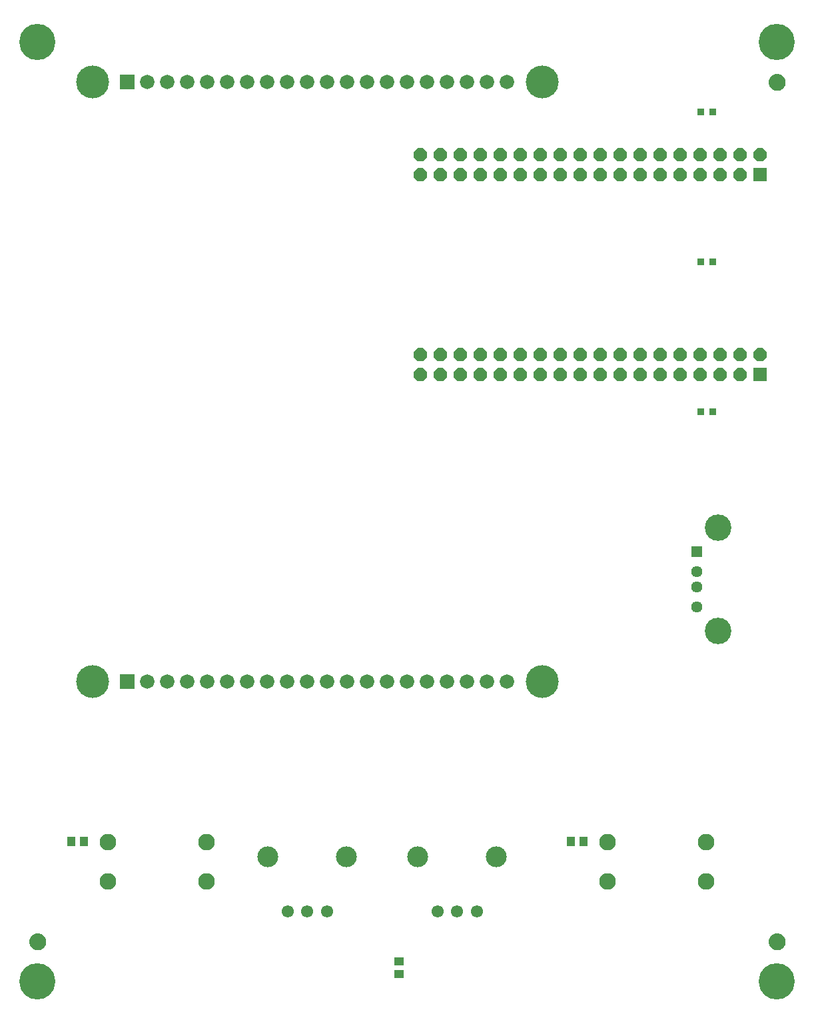
<source format=gbr>
G04 EAGLE Gerber RS-274X export*
G75*
%MOMM*%
%FSLAX34Y34*%
%LPD*%
%INSoldermask Top*%
%IPPOS*%
%AMOC8*
5,1,8,0,0,1.08239X$1,22.5*%
G01*
%ADD10R,0.952400X0.952400*%
%ADD11R,1.440400X1.440400*%
%ADD12C,1.440400*%
%ADD13C,3.372400*%
%ADD14R,1.828800X1.828800*%
%ADD15C,1.828800*%
%ADD16C,4.168400*%
%ADD17R,1.676400X1.676400*%
%ADD18P,1.814519X8X202.500000*%
%ADD19C,2.112400*%
%ADD20C,1.552400*%
%ADD21C,2.652400*%
%ADD22R,1.102359X1.183641*%
%ADD23C,4.597400*%
%ADD24C,0.609600*%
%ADD25C,1.168400*%
%ADD26R,1.183641X1.102359*%


D10*
X881500Y1143000D03*
X896500Y1143000D03*
X881500Y952500D03*
X896500Y952500D03*
X881500Y762000D03*
X896500Y762000D03*
D11*
X876300Y584200D03*
D12*
X876300Y559200D03*
X876300Y539200D03*
X876300Y514200D03*
D13*
X903400Y614900D03*
X903400Y483500D03*
D14*
X152400Y1181100D03*
D15*
X177800Y1181100D03*
X203200Y1181100D03*
X228600Y1181100D03*
X254000Y1181100D03*
X279400Y1181100D03*
X304800Y1181100D03*
X330200Y1181100D03*
X355600Y1181100D03*
X381000Y1181100D03*
X406400Y1181100D03*
X431800Y1181100D03*
X457200Y1181100D03*
X482600Y1181100D03*
X508000Y1181100D03*
X533400Y1181100D03*
X558800Y1181100D03*
X584200Y1181100D03*
X609600Y1181100D03*
X635000Y1181100D03*
D14*
X152400Y419100D03*
D15*
X177800Y419100D03*
X203200Y419100D03*
X228600Y419100D03*
X254000Y419100D03*
X279400Y419100D03*
X304800Y419100D03*
X330200Y419100D03*
X355600Y419100D03*
X381000Y419100D03*
X406400Y419100D03*
X431800Y419100D03*
X457200Y419100D03*
X482600Y419100D03*
X508000Y419100D03*
X533400Y419100D03*
X558800Y419100D03*
X584200Y419100D03*
X609600Y419100D03*
X635000Y419100D03*
D16*
X107950Y419100D03*
X679450Y419100D03*
X107950Y1181100D03*
X679450Y1181100D03*
D17*
X956900Y810000D03*
D18*
X956900Y835400D03*
X931500Y810000D03*
X931500Y835400D03*
X906100Y810000D03*
X906100Y835400D03*
X880700Y810000D03*
X880700Y835400D03*
X855300Y810000D03*
X855300Y835400D03*
X829900Y810000D03*
X829900Y835400D03*
X804500Y810000D03*
X804500Y835400D03*
X779100Y810000D03*
X779100Y835400D03*
X753700Y810000D03*
X753700Y835400D03*
X728300Y810000D03*
X728300Y835400D03*
X702900Y810000D03*
X702900Y835400D03*
X677500Y810000D03*
X677500Y835400D03*
X652100Y810000D03*
X652100Y835400D03*
X626700Y810000D03*
X626700Y835400D03*
X601300Y810000D03*
X601300Y835400D03*
X575900Y810000D03*
X575900Y835400D03*
X550500Y810000D03*
X550500Y835400D03*
X525100Y810000D03*
X525100Y835400D03*
D17*
X956900Y1064000D03*
D18*
X956900Y1089400D03*
X931500Y1064000D03*
X931500Y1089400D03*
X906100Y1064000D03*
X906100Y1089400D03*
X880700Y1064000D03*
X880700Y1089400D03*
X855300Y1064000D03*
X855300Y1089400D03*
X829900Y1064000D03*
X829900Y1089400D03*
X804500Y1064000D03*
X804500Y1089400D03*
X779100Y1064000D03*
X779100Y1089400D03*
X753700Y1064000D03*
X753700Y1089400D03*
X728300Y1064000D03*
X728300Y1089400D03*
X702900Y1064000D03*
X702900Y1089400D03*
X677500Y1064000D03*
X677500Y1089400D03*
X652100Y1064000D03*
X652100Y1089400D03*
X626700Y1064000D03*
X626700Y1089400D03*
X601300Y1064000D03*
X601300Y1089400D03*
X575900Y1064000D03*
X575900Y1089400D03*
X550500Y1064000D03*
X550500Y1089400D03*
X525100Y1064000D03*
X525100Y1089400D03*
D19*
X253000Y215500D03*
X253000Y165500D03*
X128000Y165500D03*
X128000Y215500D03*
X888000Y215500D03*
X888000Y165500D03*
X763000Y165500D03*
X763000Y215500D03*
D20*
X546500Y127000D03*
X571500Y127000D03*
X596500Y127000D03*
D21*
X521500Y197000D03*
X621500Y197000D03*
D20*
X356000Y127000D03*
X381000Y127000D03*
X406000Y127000D03*
D21*
X331000Y197000D03*
X431000Y197000D03*
D22*
X715899Y215900D03*
X731901Y215900D03*
X96901Y215900D03*
X80899Y215900D03*
D23*
X38100Y1231900D03*
X38100Y38100D03*
X977900Y38100D03*
X977900Y1231900D03*
D24*
X30480Y88900D02*
X30482Y89087D01*
X30489Y89274D01*
X30501Y89461D01*
X30517Y89647D01*
X30537Y89833D01*
X30562Y90018D01*
X30592Y90203D01*
X30626Y90387D01*
X30665Y90570D01*
X30708Y90752D01*
X30756Y90932D01*
X30808Y91112D01*
X30865Y91290D01*
X30925Y91467D01*
X30991Y91642D01*
X31060Y91816D01*
X31134Y91988D01*
X31212Y92158D01*
X31294Y92326D01*
X31380Y92492D01*
X31470Y92656D01*
X31564Y92817D01*
X31662Y92977D01*
X31764Y93133D01*
X31870Y93288D01*
X31980Y93439D01*
X32093Y93588D01*
X32210Y93734D01*
X32330Y93877D01*
X32454Y94017D01*
X32581Y94154D01*
X32712Y94288D01*
X32846Y94419D01*
X32983Y94546D01*
X33123Y94670D01*
X33266Y94790D01*
X33412Y94907D01*
X33561Y95020D01*
X33712Y95130D01*
X33867Y95236D01*
X34023Y95338D01*
X34183Y95436D01*
X34344Y95530D01*
X34508Y95620D01*
X34674Y95706D01*
X34842Y95788D01*
X35012Y95866D01*
X35184Y95940D01*
X35358Y96009D01*
X35533Y96075D01*
X35710Y96135D01*
X35888Y96192D01*
X36068Y96244D01*
X36248Y96292D01*
X36430Y96335D01*
X36613Y96374D01*
X36797Y96408D01*
X36982Y96438D01*
X37167Y96463D01*
X37353Y96483D01*
X37539Y96499D01*
X37726Y96511D01*
X37913Y96518D01*
X38100Y96520D01*
X38287Y96518D01*
X38474Y96511D01*
X38661Y96499D01*
X38847Y96483D01*
X39033Y96463D01*
X39218Y96438D01*
X39403Y96408D01*
X39587Y96374D01*
X39770Y96335D01*
X39952Y96292D01*
X40132Y96244D01*
X40312Y96192D01*
X40490Y96135D01*
X40667Y96075D01*
X40842Y96009D01*
X41016Y95940D01*
X41188Y95866D01*
X41358Y95788D01*
X41526Y95706D01*
X41692Y95620D01*
X41856Y95530D01*
X42017Y95436D01*
X42177Y95338D01*
X42333Y95236D01*
X42488Y95130D01*
X42639Y95020D01*
X42788Y94907D01*
X42934Y94790D01*
X43077Y94670D01*
X43217Y94546D01*
X43354Y94419D01*
X43488Y94288D01*
X43619Y94154D01*
X43746Y94017D01*
X43870Y93877D01*
X43990Y93734D01*
X44107Y93588D01*
X44220Y93439D01*
X44330Y93288D01*
X44436Y93133D01*
X44538Y92977D01*
X44636Y92817D01*
X44730Y92656D01*
X44820Y92492D01*
X44906Y92326D01*
X44988Y92158D01*
X45066Y91988D01*
X45140Y91816D01*
X45209Y91642D01*
X45275Y91467D01*
X45335Y91290D01*
X45392Y91112D01*
X45444Y90932D01*
X45492Y90752D01*
X45535Y90570D01*
X45574Y90387D01*
X45608Y90203D01*
X45638Y90018D01*
X45663Y89833D01*
X45683Y89647D01*
X45699Y89461D01*
X45711Y89274D01*
X45718Y89087D01*
X45720Y88900D01*
X45718Y88713D01*
X45711Y88526D01*
X45699Y88339D01*
X45683Y88153D01*
X45663Y87967D01*
X45638Y87782D01*
X45608Y87597D01*
X45574Y87413D01*
X45535Y87230D01*
X45492Y87048D01*
X45444Y86868D01*
X45392Y86688D01*
X45335Y86510D01*
X45275Y86333D01*
X45209Y86158D01*
X45140Y85984D01*
X45066Y85812D01*
X44988Y85642D01*
X44906Y85474D01*
X44820Y85308D01*
X44730Y85144D01*
X44636Y84983D01*
X44538Y84823D01*
X44436Y84667D01*
X44330Y84512D01*
X44220Y84361D01*
X44107Y84212D01*
X43990Y84066D01*
X43870Y83923D01*
X43746Y83783D01*
X43619Y83646D01*
X43488Y83512D01*
X43354Y83381D01*
X43217Y83254D01*
X43077Y83130D01*
X42934Y83010D01*
X42788Y82893D01*
X42639Y82780D01*
X42488Y82670D01*
X42333Y82564D01*
X42177Y82462D01*
X42017Y82364D01*
X41856Y82270D01*
X41692Y82180D01*
X41526Y82094D01*
X41358Y82012D01*
X41188Y81934D01*
X41016Y81860D01*
X40842Y81791D01*
X40667Y81725D01*
X40490Y81665D01*
X40312Y81608D01*
X40132Y81556D01*
X39952Y81508D01*
X39770Y81465D01*
X39587Y81426D01*
X39403Y81392D01*
X39218Y81362D01*
X39033Y81337D01*
X38847Y81317D01*
X38661Y81301D01*
X38474Y81289D01*
X38287Y81282D01*
X38100Y81280D01*
X37913Y81282D01*
X37726Y81289D01*
X37539Y81301D01*
X37353Y81317D01*
X37167Y81337D01*
X36982Y81362D01*
X36797Y81392D01*
X36613Y81426D01*
X36430Y81465D01*
X36248Y81508D01*
X36068Y81556D01*
X35888Y81608D01*
X35710Y81665D01*
X35533Y81725D01*
X35358Y81791D01*
X35184Y81860D01*
X35012Y81934D01*
X34842Y82012D01*
X34674Y82094D01*
X34508Y82180D01*
X34344Y82270D01*
X34183Y82364D01*
X34023Y82462D01*
X33867Y82564D01*
X33712Y82670D01*
X33561Y82780D01*
X33412Y82893D01*
X33266Y83010D01*
X33123Y83130D01*
X32983Y83254D01*
X32846Y83381D01*
X32712Y83512D01*
X32581Y83646D01*
X32454Y83783D01*
X32330Y83923D01*
X32210Y84066D01*
X32093Y84212D01*
X31980Y84361D01*
X31870Y84512D01*
X31764Y84667D01*
X31662Y84823D01*
X31564Y84983D01*
X31470Y85144D01*
X31380Y85308D01*
X31294Y85474D01*
X31212Y85642D01*
X31134Y85812D01*
X31060Y85984D01*
X30991Y86158D01*
X30925Y86333D01*
X30865Y86510D01*
X30808Y86688D01*
X30756Y86868D01*
X30708Y87048D01*
X30665Y87230D01*
X30626Y87413D01*
X30592Y87597D01*
X30562Y87782D01*
X30537Y87967D01*
X30517Y88153D01*
X30501Y88339D01*
X30489Y88526D01*
X30482Y88713D01*
X30480Y88900D01*
D25*
X38100Y88900D03*
D24*
X970280Y88900D02*
X970282Y89087D01*
X970289Y89274D01*
X970301Y89461D01*
X970317Y89647D01*
X970337Y89833D01*
X970362Y90018D01*
X970392Y90203D01*
X970426Y90387D01*
X970465Y90570D01*
X970508Y90752D01*
X970556Y90932D01*
X970608Y91112D01*
X970665Y91290D01*
X970725Y91467D01*
X970791Y91642D01*
X970860Y91816D01*
X970934Y91988D01*
X971012Y92158D01*
X971094Y92326D01*
X971180Y92492D01*
X971270Y92656D01*
X971364Y92817D01*
X971462Y92977D01*
X971564Y93133D01*
X971670Y93288D01*
X971780Y93439D01*
X971893Y93588D01*
X972010Y93734D01*
X972130Y93877D01*
X972254Y94017D01*
X972381Y94154D01*
X972512Y94288D01*
X972646Y94419D01*
X972783Y94546D01*
X972923Y94670D01*
X973066Y94790D01*
X973212Y94907D01*
X973361Y95020D01*
X973512Y95130D01*
X973667Y95236D01*
X973823Y95338D01*
X973983Y95436D01*
X974144Y95530D01*
X974308Y95620D01*
X974474Y95706D01*
X974642Y95788D01*
X974812Y95866D01*
X974984Y95940D01*
X975158Y96009D01*
X975333Y96075D01*
X975510Y96135D01*
X975688Y96192D01*
X975868Y96244D01*
X976048Y96292D01*
X976230Y96335D01*
X976413Y96374D01*
X976597Y96408D01*
X976782Y96438D01*
X976967Y96463D01*
X977153Y96483D01*
X977339Y96499D01*
X977526Y96511D01*
X977713Y96518D01*
X977900Y96520D01*
X978087Y96518D01*
X978274Y96511D01*
X978461Y96499D01*
X978647Y96483D01*
X978833Y96463D01*
X979018Y96438D01*
X979203Y96408D01*
X979387Y96374D01*
X979570Y96335D01*
X979752Y96292D01*
X979932Y96244D01*
X980112Y96192D01*
X980290Y96135D01*
X980467Y96075D01*
X980642Y96009D01*
X980816Y95940D01*
X980988Y95866D01*
X981158Y95788D01*
X981326Y95706D01*
X981492Y95620D01*
X981656Y95530D01*
X981817Y95436D01*
X981977Y95338D01*
X982133Y95236D01*
X982288Y95130D01*
X982439Y95020D01*
X982588Y94907D01*
X982734Y94790D01*
X982877Y94670D01*
X983017Y94546D01*
X983154Y94419D01*
X983288Y94288D01*
X983419Y94154D01*
X983546Y94017D01*
X983670Y93877D01*
X983790Y93734D01*
X983907Y93588D01*
X984020Y93439D01*
X984130Y93288D01*
X984236Y93133D01*
X984338Y92977D01*
X984436Y92817D01*
X984530Y92656D01*
X984620Y92492D01*
X984706Y92326D01*
X984788Y92158D01*
X984866Y91988D01*
X984940Y91816D01*
X985009Y91642D01*
X985075Y91467D01*
X985135Y91290D01*
X985192Y91112D01*
X985244Y90932D01*
X985292Y90752D01*
X985335Y90570D01*
X985374Y90387D01*
X985408Y90203D01*
X985438Y90018D01*
X985463Y89833D01*
X985483Y89647D01*
X985499Y89461D01*
X985511Y89274D01*
X985518Y89087D01*
X985520Y88900D01*
X985518Y88713D01*
X985511Y88526D01*
X985499Y88339D01*
X985483Y88153D01*
X985463Y87967D01*
X985438Y87782D01*
X985408Y87597D01*
X985374Y87413D01*
X985335Y87230D01*
X985292Y87048D01*
X985244Y86868D01*
X985192Y86688D01*
X985135Y86510D01*
X985075Y86333D01*
X985009Y86158D01*
X984940Y85984D01*
X984866Y85812D01*
X984788Y85642D01*
X984706Y85474D01*
X984620Y85308D01*
X984530Y85144D01*
X984436Y84983D01*
X984338Y84823D01*
X984236Y84667D01*
X984130Y84512D01*
X984020Y84361D01*
X983907Y84212D01*
X983790Y84066D01*
X983670Y83923D01*
X983546Y83783D01*
X983419Y83646D01*
X983288Y83512D01*
X983154Y83381D01*
X983017Y83254D01*
X982877Y83130D01*
X982734Y83010D01*
X982588Y82893D01*
X982439Y82780D01*
X982288Y82670D01*
X982133Y82564D01*
X981977Y82462D01*
X981817Y82364D01*
X981656Y82270D01*
X981492Y82180D01*
X981326Y82094D01*
X981158Y82012D01*
X980988Y81934D01*
X980816Y81860D01*
X980642Y81791D01*
X980467Y81725D01*
X980290Y81665D01*
X980112Y81608D01*
X979932Y81556D01*
X979752Y81508D01*
X979570Y81465D01*
X979387Y81426D01*
X979203Y81392D01*
X979018Y81362D01*
X978833Y81337D01*
X978647Y81317D01*
X978461Y81301D01*
X978274Y81289D01*
X978087Y81282D01*
X977900Y81280D01*
X977713Y81282D01*
X977526Y81289D01*
X977339Y81301D01*
X977153Y81317D01*
X976967Y81337D01*
X976782Y81362D01*
X976597Y81392D01*
X976413Y81426D01*
X976230Y81465D01*
X976048Y81508D01*
X975868Y81556D01*
X975688Y81608D01*
X975510Y81665D01*
X975333Y81725D01*
X975158Y81791D01*
X974984Y81860D01*
X974812Y81934D01*
X974642Y82012D01*
X974474Y82094D01*
X974308Y82180D01*
X974144Y82270D01*
X973983Y82364D01*
X973823Y82462D01*
X973667Y82564D01*
X973512Y82670D01*
X973361Y82780D01*
X973212Y82893D01*
X973066Y83010D01*
X972923Y83130D01*
X972783Y83254D01*
X972646Y83381D01*
X972512Y83512D01*
X972381Y83646D01*
X972254Y83783D01*
X972130Y83923D01*
X972010Y84066D01*
X971893Y84212D01*
X971780Y84361D01*
X971670Y84512D01*
X971564Y84667D01*
X971462Y84823D01*
X971364Y84983D01*
X971270Y85144D01*
X971180Y85308D01*
X971094Y85474D01*
X971012Y85642D01*
X970934Y85812D01*
X970860Y85984D01*
X970791Y86158D01*
X970725Y86333D01*
X970665Y86510D01*
X970608Y86688D01*
X970556Y86868D01*
X970508Y87048D01*
X970465Y87230D01*
X970426Y87413D01*
X970392Y87597D01*
X970362Y87782D01*
X970337Y87967D01*
X970317Y88153D01*
X970301Y88339D01*
X970289Y88526D01*
X970282Y88713D01*
X970280Y88900D01*
D25*
X977900Y88900D03*
D24*
X970280Y1181100D02*
X970282Y1181287D01*
X970289Y1181474D01*
X970301Y1181661D01*
X970317Y1181847D01*
X970337Y1182033D01*
X970362Y1182218D01*
X970392Y1182403D01*
X970426Y1182587D01*
X970465Y1182770D01*
X970508Y1182952D01*
X970556Y1183132D01*
X970608Y1183312D01*
X970665Y1183490D01*
X970725Y1183667D01*
X970791Y1183842D01*
X970860Y1184016D01*
X970934Y1184188D01*
X971012Y1184358D01*
X971094Y1184526D01*
X971180Y1184692D01*
X971270Y1184856D01*
X971364Y1185017D01*
X971462Y1185177D01*
X971564Y1185333D01*
X971670Y1185488D01*
X971780Y1185639D01*
X971893Y1185788D01*
X972010Y1185934D01*
X972130Y1186077D01*
X972254Y1186217D01*
X972381Y1186354D01*
X972512Y1186488D01*
X972646Y1186619D01*
X972783Y1186746D01*
X972923Y1186870D01*
X973066Y1186990D01*
X973212Y1187107D01*
X973361Y1187220D01*
X973512Y1187330D01*
X973667Y1187436D01*
X973823Y1187538D01*
X973983Y1187636D01*
X974144Y1187730D01*
X974308Y1187820D01*
X974474Y1187906D01*
X974642Y1187988D01*
X974812Y1188066D01*
X974984Y1188140D01*
X975158Y1188209D01*
X975333Y1188275D01*
X975510Y1188335D01*
X975688Y1188392D01*
X975868Y1188444D01*
X976048Y1188492D01*
X976230Y1188535D01*
X976413Y1188574D01*
X976597Y1188608D01*
X976782Y1188638D01*
X976967Y1188663D01*
X977153Y1188683D01*
X977339Y1188699D01*
X977526Y1188711D01*
X977713Y1188718D01*
X977900Y1188720D01*
X978087Y1188718D01*
X978274Y1188711D01*
X978461Y1188699D01*
X978647Y1188683D01*
X978833Y1188663D01*
X979018Y1188638D01*
X979203Y1188608D01*
X979387Y1188574D01*
X979570Y1188535D01*
X979752Y1188492D01*
X979932Y1188444D01*
X980112Y1188392D01*
X980290Y1188335D01*
X980467Y1188275D01*
X980642Y1188209D01*
X980816Y1188140D01*
X980988Y1188066D01*
X981158Y1187988D01*
X981326Y1187906D01*
X981492Y1187820D01*
X981656Y1187730D01*
X981817Y1187636D01*
X981977Y1187538D01*
X982133Y1187436D01*
X982288Y1187330D01*
X982439Y1187220D01*
X982588Y1187107D01*
X982734Y1186990D01*
X982877Y1186870D01*
X983017Y1186746D01*
X983154Y1186619D01*
X983288Y1186488D01*
X983419Y1186354D01*
X983546Y1186217D01*
X983670Y1186077D01*
X983790Y1185934D01*
X983907Y1185788D01*
X984020Y1185639D01*
X984130Y1185488D01*
X984236Y1185333D01*
X984338Y1185177D01*
X984436Y1185017D01*
X984530Y1184856D01*
X984620Y1184692D01*
X984706Y1184526D01*
X984788Y1184358D01*
X984866Y1184188D01*
X984940Y1184016D01*
X985009Y1183842D01*
X985075Y1183667D01*
X985135Y1183490D01*
X985192Y1183312D01*
X985244Y1183132D01*
X985292Y1182952D01*
X985335Y1182770D01*
X985374Y1182587D01*
X985408Y1182403D01*
X985438Y1182218D01*
X985463Y1182033D01*
X985483Y1181847D01*
X985499Y1181661D01*
X985511Y1181474D01*
X985518Y1181287D01*
X985520Y1181100D01*
X985518Y1180913D01*
X985511Y1180726D01*
X985499Y1180539D01*
X985483Y1180353D01*
X985463Y1180167D01*
X985438Y1179982D01*
X985408Y1179797D01*
X985374Y1179613D01*
X985335Y1179430D01*
X985292Y1179248D01*
X985244Y1179068D01*
X985192Y1178888D01*
X985135Y1178710D01*
X985075Y1178533D01*
X985009Y1178358D01*
X984940Y1178184D01*
X984866Y1178012D01*
X984788Y1177842D01*
X984706Y1177674D01*
X984620Y1177508D01*
X984530Y1177344D01*
X984436Y1177183D01*
X984338Y1177023D01*
X984236Y1176867D01*
X984130Y1176712D01*
X984020Y1176561D01*
X983907Y1176412D01*
X983790Y1176266D01*
X983670Y1176123D01*
X983546Y1175983D01*
X983419Y1175846D01*
X983288Y1175712D01*
X983154Y1175581D01*
X983017Y1175454D01*
X982877Y1175330D01*
X982734Y1175210D01*
X982588Y1175093D01*
X982439Y1174980D01*
X982288Y1174870D01*
X982133Y1174764D01*
X981977Y1174662D01*
X981817Y1174564D01*
X981656Y1174470D01*
X981492Y1174380D01*
X981326Y1174294D01*
X981158Y1174212D01*
X980988Y1174134D01*
X980816Y1174060D01*
X980642Y1173991D01*
X980467Y1173925D01*
X980290Y1173865D01*
X980112Y1173808D01*
X979932Y1173756D01*
X979752Y1173708D01*
X979570Y1173665D01*
X979387Y1173626D01*
X979203Y1173592D01*
X979018Y1173562D01*
X978833Y1173537D01*
X978647Y1173517D01*
X978461Y1173501D01*
X978274Y1173489D01*
X978087Y1173482D01*
X977900Y1173480D01*
X977713Y1173482D01*
X977526Y1173489D01*
X977339Y1173501D01*
X977153Y1173517D01*
X976967Y1173537D01*
X976782Y1173562D01*
X976597Y1173592D01*
X976413Y1173626D01*
X976230Y1173665D01*
X976048Y1173708D01*
X975868Y1173756D01*
X975688Y1173808D01*
X975510Y1173865D01*
X975333Y1173925D01*
X975158Y1173991D01*
X974984Y1174060D01*
X974812Y1174134D01*
X974642Y1174212D01*
X974474Y1174294D01*
X974308Y1174380D01*
X974144Y1174470D01*
X973983Y1174564D01*
X973823Y1174662D01*
X973667Y1174764D01*
X973512Y1174870D01*
X973361Y1174980D01*
X973212Y1175093D01*
X973066Y1175210D01*
X972923Y1175330D01*
X972783Y1175454D01*
X972646Y1175581D01*
X972512Y1175712D01*
X972381Y1175846D01*
X972254Y1175983D01*
X972130Y1176123D01*
X972010Y1176266D01*
X971893Y1176412D01*
X971780Y1176561D01*
X971670Y1176712D01*
X971564Y1176867D01*
X971462Y1177023D01*
X971364Y1177183D01*
X971270Y1177344D01*
X971180Y1177508D01*
X971094Y1177674D01*
X971012Y1177842D01*
X970934Y1178012D01*
X970860Y1178184D01*
X970791Y1178358D01*
X970725Y1178533D01*
X970665Y1178710D01*
X970608Y1178888D01*
X970556Y1179068D01*
X970508Y1179248D01*
X970465Y1179430D01*
X970426Y1179613D01*
X970392Y1179797D01*
X970362Y1179982D01*
X970337Y1180167D01*
X970317Y1180353D01*
X970301Y1180539D01*
X970289Y1180726D01*
X970282Y1180913D01*
X970280Y1181100D01*
D25*
X977900Y1181100D03*
D26*
X497840Y63881D03*
X497840Y47879D03*
M02*

</source>
